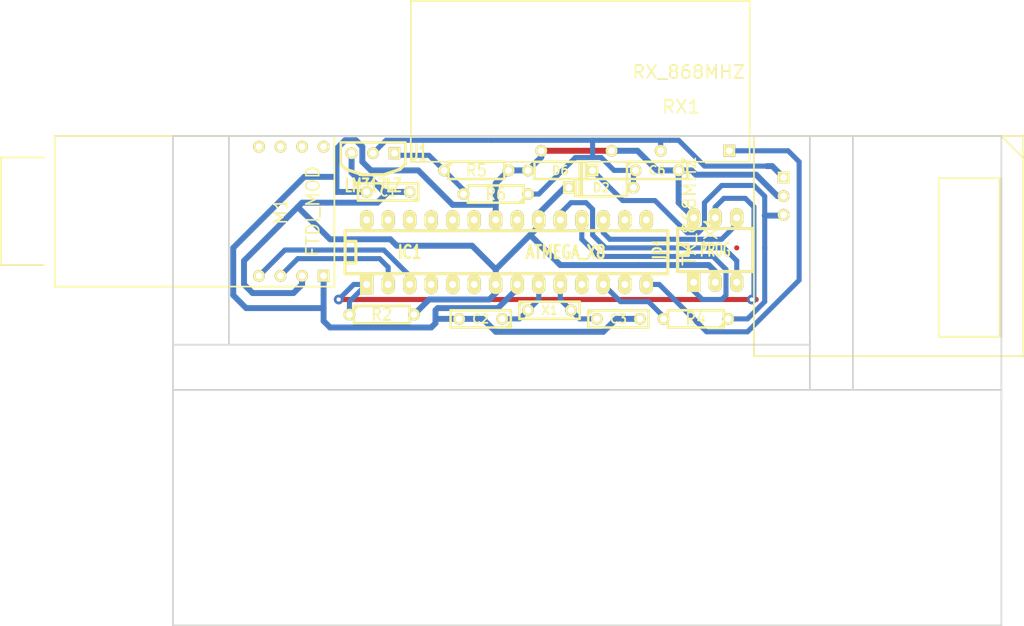
<source format=kicad_pcb>
(kicad_pcb (version 20171130) (host pcbnew "(5.0.1-dev-161-gb2b703363-dirty)+git1-1f19903-1")

  (general
    (thickness 1.6)
    (drawings 12)
    (tracks 210)
    (zones 0)
    (modules 17)
    (nets 16)
  )

  (page A4)
  (title_block
    (date "13 mar 2008")
  )

  (layers
    (0 F.Cu signal)
    (31 B.Cu signal)
    (32 B.Adhes user)
    (33 F.Adhes user)
    (34 B.Paste user)
    (35 F.Paste user)
    (36 B.SilkS user)
    (37 F.SilkS user)
    (38 B.Mask user)
    (39 F.Mask user)
    (40 Dwgs.User user)
    (41 Cmts.User user)
    (42 Eco1.User user)
    (43 Eco2.User user)
    (44 Edge.Cuts user)
    (45 Margin user)
    (46 B.CrtYd user)
    (47 F.CrtYd user)
    (48 B.Fab user)
    (49 F.Fab user)
  )

  (setup
    (last_trace_width 0.59944)
    (trace_clearance 0.1524)
    (zone_clearance 0.50038)
    (zone_45_only no)
    (trace_min 0.2)
    (segment_width 0.20066)
    (edge_width 0.20066)
    (via_size 1.143)
    (via_drill 0.50038)
    (via_min_size 0.4)
    (via_min_drill 0.3)
    (uvia_size 0.3)
    (uvia_drill 0.1)
    (uvias_allowed no)
    (uvia_min_size 0.2)
    (uvia_min_drill 0.1)
    (pcb_text_width 0.20066)
    (pcb_text_size 1.524 2.032)
    (mod_edge_width 0.20066)
    (mod_text_size 1.524 1.524)
    (mod_text_width 0.20066)
    (pad_size 1.397 1.397)
    (pad_drill 0.8128)
    (pad_to_mask_clearance 0.051)
    (solder_mask_min_width 0.25)
    (aux_axis_origin 20.574 22.86)
    (visible_elements FFFFFF7F)
    (pcbplotparams
      (layerselection 0x010fc_ffffffff)
      (usegerberextensions false)
      (usegerberattributes false)
      (usegerberadvancedattributes false)
      (creategerberjobfile false)
      (excludeedgelayer true)
      (linewidth 0.100000)
      (plotframeref false)
      (viasonmask false)
      (mode 1)
      (useauxorigin false)
      (hpglpennumber 1)
      (hpglpenspeed 20)
      (hpglpendiameter 15.000000)
      (psnegative false)
      (psa4output false)
      (plotreference true)
      (plotvalue true)
      (plotinvisibletext false)
      (padsonsilk false)
      (subtractmaskfromsilk false)
      (outputformat 1)
      (mirror false)
      (drillshape 1)
      (scaleselection 1)
      (outputdirectory ""))
  )

  (net 0 "")
  (net 1 N-000003)
  (net 2 N-000004)
  (net 3 +5V)
  (net 4 GND)
  (net 5 N-000019)
  (net 6 N-000018)
  (net 7 N-000002)
  (net 8 N-000007)
  (net 9 N-000006)
  (net 10 N-000010)
  (net 11 N-000009)
  (net 12 N-000005)
  (net 13 +3.3V)
  (net 14 N-000012)
  (net 15 N-000013)

  (net_class Default "This is the default net class."
    (clearance 0.1524)
    (trace_width 0.59944)
    (via_dia 1.143)
    (via_drill 0.50038)
    (uvia_dia 0.3)
    (uvia_drill 0.1)
    (add_net +3.3V)
    (add_net +5V)
    (add_net GND)
    (add_net N-000002)
    (add_net N-000003)
    (add_net N-000004)
    (add_net N-000005)
    (add_net N-000006)
    (add_net N-000007)
    (add_net N-000009)
    (add_net N-000010)
    (add_net N-000012)
    (add_net N-000013)
    (add_net N-000018)
    (add_net N-000019)
  )

  (module 28DIP-ELL300 (layer F.Cu) (tedit 200000) (tstamp 47BE9953)
    (at 62.23 40.386)
    (descr "Module Dil 28 pins, pads elliptiques, e=300 mils")
    (tags DIL)
    (fp_text reference IC1 (at -11.43 0) (layer F.SilkS)
      (effects (font (size 1.524 1.143) (thickness 0.3048)))
    )
    (fp_text value ATMEGA_X8 (at 6.985 0) (layer F.SilkS)
      (effects (font (size 1.524 1.143) (thickness 0.3048)))
    )
    (fp_line (start -19.05 -2.54) (end 19.05 -2.54) (layer F.SilkS) (width 0.381))
    (fp_line (start 19.05 -2.54) (end 19.05 2.54) (layer F.SilkS) (width 0.381))
    (fp_line (start 19.05 2.54) (end -19.05 2.54) (layer F.SilkS) (width 0.381))
    (fp_line (start -19.05 2.54) (end -19.05 -2.54) (layer F.SilkS) (width 0.381))
    (fp_line (start -19.05 -1.27) (end -17.78 -1.27) (layer F.SilkS) (width 0.381))
    (fp_line (start -17.78 -1.27) (end -17.78 1.27) (layer F.SilkS) (width 0.381))
    (fp_line (start -17.78 1.27) (end -19.05 1.27) (layer F.SilkS) (width 0.381))
    (pad 2 thru_hole oval (at -13.97 3.81) (size 1.5748 2.286) (drill 0.8128) (layers *.Cu *.Mask F.SilkS)
      (net 1 N-000003))
    (pad 3 thru_hole oval (at -11.43 3.81) (size 1.5748 2.286) (drill 0.8128) (layers *.Cu *.Mask F.SilkS)
      (net 2 N-000004))
    (pad 4 thru_hole oval (at -8.89 3.81) (size 1.5748 2.286) (drill 0.8128) (layers *.Cu *.Mask F.SilkS))
    (pad 5 thru_hole oval (at -6.35 3.81) (size 1.5748 2.286) (drill 0.8128) (layers *.Cu *.Mask F.SilkS))
    (pad 6 thru_hole oval (at -3.81 3.81) (size 1.5748 2.286) (drill 0.8128) (layers *.Cu *.Mask F.SilkS))
    (pad 7 thru_hole oval (at -1.27 3.81) (size 1.5748 2.286) (drill 0.8128) (layers *.Cu *.Mask F.SilkS)
      (net 3 +5V))
    (pad 8 thru_hole oval (at 1.27 3.81) (size 1.5748 2.286) (drill 0.8128) (layers *.Cu *.Mask F.SilkS)
      (net 4 GND))
    (pad 9 thru_hole oval (at 3.81 3.81) (size 1.5748 2.286) (drill 0.8128) (layers *.Cu *.Mask F.SilkS)
      (net 5 N-000019))
    (pad 10 thru_hole oval (at 6.35 3.81) (size 1.5748 2.286) (drill 0.8128) (layers *.Cu *.Mask F.SilkS)
      (net 6 N-000018))
    (pad 11 thru_hole oval (at 8.89 3.81) (size 1.5748 2.286) (drill 0.8128) (layers *.Cu *.Mask F.SilkS))
    (pad 12 thru_hole oval (at 11.43 3.81) (size 1.5748 2.286) (drill 0.8128) (layers *.Cu *.Mask F.SilkS)
      (net 7 N-000002))
    (pad 13 thru_hole oval (at 13.97 3.81) (size 1.5748 2.286) (drill 0.8128) (layers *.Cu *.Mask F.SilkS))
    (pad 14 thru_hole oval (at 16.51 3.81) (size 1.5748 2.286) (drill 0.8128) (layers *.Cu *.Mask F.SilkS)
      (net 8 N-000007))
    (pad 1 thru_hole rect (at -16.51 3.81) (size 1.5748 2.286) (drill 0.8128) (layers *.Cu *.Mask F.SilkS)
      (net 9 N-000006))
    (pad 15 thru_hole oval (at 16.51 -3.81) (size 1.5748 2.286) (drill 0.8128) (layers *.Cu *.Mask F.SilkS))
    (pad 16 thru_hole oval (at 13.97 -3.81) (size 1.5748 2.286) (drill 0.8128) (layers *.Cu *.Mask F.SilkS))
    (pad 17 thru_hole oval (at 11.43 -3.81) (size 1.5748 2.286) (drill 0.8128) (layers *.Cu *.Mask F.SilkS)
      (net 10 N-000010))
    (pad 18 thru_hole oval (at 8.89 -3.81) (size 1.5748 2.286) (drill 0.8128) (layers *.Cu *.Mask F.SilkS)
      (net 11 N-000009))
    (pad 19 thru_hole oval (at 6.35 -3.81) (size 1.5748 2.286) (drill 0.8128) (layers *.Cu *.Mask F.SilkS)
      (net 12 N-000005))
    (pad 20 thru_hole oval (at 3.81 -3.81) (size 1.5748 2.286) (drill 0.8128) (layers *.Cu *.Mask F.SilkS)
      (net 3 +5V))
    (pad 21 thru_hole oval (at 1.27 -3.81) (size 1.5748 2.286) (drill 0.8128) (layers *.Cu *.Mask F.SilkS))
    (pad 22 thru_hole oval (at -1.27 -3.81) (size 1.5748 2.286) (drill 0.8128) (layers *.Cu *.Mask F.SilkS)
      (net 4 GND))
    (pad 23 thru_hole oval (at -3.81 -3.81) (size 1.5748 2.286) (drill 0.8128) (layers *.Cu *.Mask F.SilkS))
    (pad 24 thru_hole oval (at -6.35 -3.81) (size 1.5748 2.286) (drill 0.8128) (layers *.Cu *.Mask F.SilkS))
    (pad 25 thru_hole oval (at -8.89 -3.81) (size 1.5748 2.286) (drill 0.8128) (layers *.Cu *.Mask F.SilkS))
    (pad 26 thru_hole oval (at -11.43 -3.81) (size 1.5748 2.286) (drill 0.8128) (layers *.Cu *.Mask F.SilkS))
    (pad 27 thru_hole oval (at -13.97 -3.81) (size 1.5748 2.286) (drill 0.8128) (layers *.Cu *.Mask F.SilkS))
    (pad 28 thru_hole oval (at -16.51 -3.81) (size 1.5748 2.286) (drill 0.8128) (layers *.Cu *.Mask F.SilkS))
    (model dil/dil_28-w300.wrl
      (at (xyz 0 0 0))
      (scale (xyz 1 1 1))
      (rotate (xyz 0 0 0))
    )
  )

  (module 6DIP-ELL300 (layer F.Cu) (tedit 200000) (tstamp 47BEE7E9)
    (at 86.868 40.132)
    (descr "Module Dil 6 pins, pads elliptiques")
    (tags DIL)
    (fp_text reference JP1 (at -6.35 0 90) (layer F.SilkS)
      (effects (font (size 1.905 1.016) (thickness 0.3048)))
    )
    (fp_text value PROG (at 0 0 180) (layer F.SilkS)
      (effects (font (size 1.524 0.889) (thickness 0.3048)))
    )
    (fp_line (start -4.445 -2.54) (end 4.445 -2.54) (layer F.SilkS) (width 0.381))
    (fp_line (start 4.445 -2.54) (end 4.445 2.54) (layer F.SilkS) (width 0.381))
    (fp_line (start 4.445 2.54) (end -4.445 2.54) (layer F.SilkS) (width 0.381))
    (fp_line (start -4.445 2.54) (end -4.445 -2.54) (layer F.SilkS) (width 0.381))
    (fp_line (start -4.445 -0.635) (end -3.175 -0.635) (layer F.SilkS) (width 0.381))
    (fp_line (start -3.175 -0.635) (end -3.175 0.635) (layer F.SilkS) (width 0.381))
    (fp_line (start -3.175 0.635) (end -4.445 0.635) (layer F.SilkS) (width 0.381))
    (pad 1 thru_hole rect (at -2.54 3.81) (size 1.5748 2.286) (drill 0.8128) (layers *.Cu *.Mask F.SilkS)
      (net 11 N-000009))
    (pad 2 thru_hole oval (at 0 3.81) (size 1.5748 2.286) (drill 0.8128) (layers *.Cu *.Mask F.SilkS)
      (net 3 +5V))
    (pad 3 thru_hole oval (at 2.54 3.81) (size 1.5748 2.286) (drill 0.8128) (layers *.Cu *.Mask F.SilkS)
      (net 12 N-000005))
    (pad 4 thru_hole oval (at 2.54 -3.81) (size 1.5748 2.286) (drill 0.8128) (layers *.Cu *.Mask F.SilkS)
      (net 10 N-000010))
    (pad 5 thru_hole oval (at 0 -3.81) (size 1.5748 2.286) (drill 0.8128) (layers *.Cu *.Mask F.SilkS)
      (net 9 N-000006))
    (pad 6 thru_hole oval (at -2.54 -3.81) (size 1.5748 2.286) (drill 0.8128) (layers *.Cu *.Mask F.SilkS)
      (net 4 GND))
    (model dil/dil_6.wrl
      (at (xyz 0 0 0))
      (scale (xyz 1 1 1))
      (rotate (xyz 0 0 0))
    )
  )

  (module C2 (layer F.Cu) (tedit 200000) (tstamp 47BED638)
    (at 75.438 48.26)
    (descr "Condensateur = 2 pas")
    (tags C)
    (fp_text reference C3 (at 0 0) (layer F.SilkS)
      (effects (font (size 1.016 1.016) (thickness 0.2032)))
    )
    (fp_text value 10p (at 0 0) (layer F.SilkS) hide
      (effects (font (size 1.016 1.016) (thickness 0.2032)))
    )
    (fp_line (start -3.556 -1.016) (end 3.556 -1.016) (layer F.SilkS) (width 0.3048))
    (fp_line (start 3.556 -1.016) (end 3.556 1.016) (layer F.SilkS) (width 0.3048))
    (fp_line (start 3.556 1.016) (end -3.556 1.016) (layer F.SilkS) (width 0.3048))
    (fp_line (start -3.556 1.016) (end -3.556 -1.016) (layer F.SilkS) (width 0.3048))
    (fp_line (start -3.556 -0.508) (end -3.048 -1.016) (layer F.SilkS) (width 0.3048))
    (pad 1 thru_hole circle (at -2.54 0) (size 1.397 1.397) (drill 0.8128) (layers *.Cu *.Mask F.SilkS)
      (net 6 N-000018))
    (pad 2 thru_hole circle (at 2.54 0) (size 1.397 1.397) (drill 0.8128) (layers *.Cu *.Mask F.SilkS)
      (net 4 GND))
    (model discret/capa_2pas_5x5mm.wrl
      (at (xyz 0 0 0))
      (scale (xyz 1 1 1))
      (rotate (xyz 0 0 0))
    )
  )

  (module C2 (layer F.Cu) (tedit 200000) (tstamp 47BED634)
    (at 59.182 48.26 180)
    (descr "Condensateur = 2 pas")
    (tags C)
    (fp_text reference C2 (at 0 0 180) (layer F.SilkS)
      (effects (font (size 1.016 1.016) (thickness 0.2032)))
    )
    (fp_text value 10p (at 0 0 180) (layer F.SilkS) hide
      (effects (font (size 1.016 1.016) (thickness 0.2032)))
    )
    (fp_line (start -3.556 -1.016) (end 3.556 -1.016) (layer F.SilkS) (width 0.3048))
    (fp_line (start 3.556 -1.016) (end 3.556 1.016) (layer F.SilkS) (width 0.3048))
    (fp_line (start 3.556 1.016) (end -3.556 1.016) (layer F.SilkS) (width 0.3048))
    (fp_line (start -3.556 1.016) (end -3.556 -1.016) (layer F.SilkS) (width 0.3048))
    (fp_line (start -3.556 -0.508) (end -3.048 -1.016) (layer F.SilkS) (width 0.3048))
    (pad 1 thru_hole circle (at -2.54 0 180) (size 1.397 1.397) (drill 0.8128) (layers *.Cu *.Mask F.SilkS)
      (net 5 N-000019))
    (pad 2 thru_hole circle (at 2.54 0 180) (size 1.397 1.397) (drill 0.8128) (layers *.Cu *.Mask F.SilkS)
      (net 4 GND))
    (model discret/capa_2pas_5x5mm.wrl
      (at (xyz 0 0 0))
      (scale (xyz 1 1 1))
      (rotate (xyz 0 0 0))
    )
  )

  (module C2 (layer F.Cu) (tedit 200000) (tstamp 47BED617)
    (at 48.26 33.274 180)
    (descr "Condensateur = 2 pas")
    (tags C)
    (fp_text reference C1 (at 0 0 180) (layer F.SilkS)
      (effects (font (size 1.016 1.016) (thickness 0.2032)))
    )
    (fp_text value 100n (at 0 0 180) (layer F.SilkS) hide
      (effects (font (size 1.016 1.016) (thickness 0.2032)))
    )
    (fp_line (start -3.556 -1.016) (end 3.556 -1.016) (layer F.SilkS) (width 0.3048))
    (fp_line (start 3.556 -1.016) (end 3.556 1.016) (layer F.SilkS) (width 0.3048))
    (fp_line (start 3.556 1.016) (end -3.556 1.016) (layer F.SilkS) (width 0.3048))
    (fp_line (start -3.556 1.016) (end -3.556 -1.016) (layer F.SilkS) (width 0.3048))
    (fp_line (start -3.556 -0.508) (end -3.048 -1.016) (layer F.SilkS) (width 0.3048))
    (pad 1 thru_hole circle (at -2.54 0 180) (size 1.397 1.397) (drill 0.8128) (layers *.Cu *.Mask F.SilkS)
      (net 3 +5V))
    (pad 2 thru_hole circle (at 2.54 0 180) (size 1.397 1.397) (drill 0.8128) (layers *.Cu *.Mask F.SilkS)
      (net 4 GND))
    (model discret/capa_2pas_5x5mm.wrl
      (at (xyz 0 0 0))
      (scale (xyz 1 1 1))
      (rotate (xyz 0 0 0))
    )
  )

  (module FTDI (layer F.Cu) (tedit 47BED550) (tstamp 47BED5AF)
    (at 41.91 26.67 270)
    (fp_text reference M1 (at 8.89 6.35 270) (layer F.SilkS)
      (effects (font (size 1.524 1.524) (thickness 0.20066)))
    )
    (fp_text value FTDI_MOD (at 8.89 2.54 270) (layer F.SilkS)
      (effects (font (size 1.524 1.524) (thickness 0.20066)))
    )
    (fp_line (start 2.54 39.37) (end 15.24 39.37) (layer F.SilkS) (width 0.20066))
    (fp_line (start 15.24 39.37) (end 15.24 34.29) (layer F.SilkS) (width 0.20066))
    (fp_line (start 2.54 34.29) (end 2.54 39.37) (layer F.SilkS) (width 0.20066))
    (fp_line (start 0 0) (end 17.78 0) (layer F.SilkS) (width 0.20066))
    (fp_line (start 17.78 0) (end 17.78 33.02) (layer F.SilkS) (width 0.20066))
    (fp_line (start 17.78 33.02) (end 0 33.02) (layer F.SilkS) (width 0.20066))
    (fp_line (start 0 33.02) (end 0 0) (layer F.SilkS) (width 0.20066))
    (pad 1 thru_hole rect (at 16.51 1.27 270) (size 1.397 1.397) (drill 0.8128) (layers *.Cu *.Mask F.SilkS)
      (net 4 GND))
    (pad 2 thru_hole circle (at 16.51 3.81 270) (size 1.397 1.397) (drill 0.8128) (layers *.Cu *.Mask F.SilkS)
      (net 3 +5V))
    (pad 3 thru_hole circle (at 16.51 6.35 270) (size 1.397 1.397) (drill 0.8128) (layers *.Cu *.Mask F.SilkS)
      (net 1 N-000003))
    (pad 4 thru_hole circle (at 16.51 8.89 270) (size 1.397 1.397) (drill 0.8128) (layers *.Cu *.Mask F.SilkS)
      (net 2 N-000004))
    (pad 8 thru_hole circle (at 1.27 8.89 270) (size 1.397 1.397) (drill 0.8128) (layers *.Cu *.Mask F.SilkS))
    (pad 7 thru_hole circle (at 1.27 6.35 270) (size 1.397 1.397) (drill 0.8128) (layers *.Cu *.Mask F.SilkS))
    (pad 6 thru_hole circle (at 1.27 3.81 270) (size 1.397 1.397) (drill 0.8128) (layers *.Cu *.Mask F.SilkS))
    (pad 5 thru_hole circle (at 1.27 1.27 270) (size 1.397 1.397) (drill 0.8128) (layers *.Cu *.Mask F.SilkS))
  )

  (module R3 (layer F.Cu) (tedit 200000) (tstamp 47BED6E9)
    (at 47.498 47.752)
    (descr "Resitance 3 pas")
    (tags R)
    (autoplace_cost180 10)
    (fp_text reference R2 (at 0 0) (layer F.SilkS)
      (effects (font (size 1.397 1.27) (thickness 0.2032)))
    )
    (fp_text value 10k (at 0 0) (layer F.SilkS) hide
      (effects (font (size 1.397 1.27) (thickness 0.2032)))
    )
    (fp_line (start -3.81 0) (end -3.302 0) (layer F.SilkS) (width 0.3048))
    (fp_line (start 3.81 0) (end 3.302 0) (layer F.SilkS) (width 0.3048))
    (fp_line (start 3.302 0) (end 3.302 -1.016) (layer F.SilkS) (width 0.3048))
    (fp_line (start 3.302 -1.016) (end -3.302 -1.016) (layer F.SilkS) (width 0.3048))
    (fp_line (start -3.302 -1.016) (end -3.302 1.016) (layer F.SilkS) (width 0.3048))
    (fp_line (start -3.302 1.016) (end 3.302 1.016) (layer F.SilkS) (width 0.3048))
    (fp_line (start 3.302 1.016) (end 3.302 0) (layer F.SilkS) (width 0.3048))
    (fp_line (start -3.302 -0.508) (end -2.794 -1.016) (layer F.SilkS) (width 0.3048))
    (pad 1 thru_hole circle (at -3.81 0) (size 1.397 1.397) (drill 0.8128) (layers *.Cu *.Mask F.SilkS)
      (net 9 N-000006))
    (pad 2 thru_hole circle (at 3.81 0) (size 1.397 1.397) (drill 0.8128) (layers *.Cu *.Mask F.SilkS)
      (net 3 +5V))
    (model discret/resistor.wrl
      (at (xyz 0 0 0))
      (scale (xyz 0.3 0.3 0.3))
      (rotate (xyz 0 0 0))
    )
  )

  (module Rx_868 (layer F.Cu) (tedit 47BE94F3) (tstamp 47BE929D)
    (at 90.932 29.718 180)
    (fp_text reference RX1 (at 8.10006 6.49986 180) (layer F.SilkS)
      (effects (font (size 1.524 1.524) (thickness 0.20066)))
    )
    (fp_text value RX_868MHZ (at 7.2009 10.59942 180) (layer F.SilkS)
      (effects (font (size 1.524 1.524) (thickness 0.20066)))
    )
    (fp_line (start 0 0) (end 0 18.9992) (layer F.SilkS) (width 0.20066))
    (fp_line (start 0 18.9992) (end 39.99992 18.9992) (layer F.SilkS) (width 0.20066))
    (fp_line (start 39.99992 18.9992) (end 39.99992 0) (layer F.SilkS) (width 0.20066))
    (fp_line (start 39.99992 0) (end 0 0) (layer F.SilkS) (width 0.20066))
    (pad 1 thru_hole rect (at 2.4003 1.30048 180) (size 1.397 1.397) (drill 0.8128) (layers *.Cu *.Mask F.SilkS)
      (net 8 N-000007))
    (pad 2 thru_hole circle (at 10.50036 1.30048 180) (size 1.397 1.397) (drill 0.8128) (layers *.Cu *.Mask F.SilkS)
      (net 13 +3.3V))
    (pad 3 thru_hole circle (at 16.29918 1.30048 180) (size 1.397 1.397) (drill 0.8128) (layers *.Cu *.Mask F.SilkS)
      (net 4 GND))
    (pad 4 thru_hole circle (at 24.5999 1.30048 180) (size 1.397 1.397) (drill 0.8128) (layers *.Cu *.Mask F.SilkS)
      (net 4 GND))
  )

  (module Tx_686 (layer F.Cu) (tedit 47BE9808) (tstamp 47BE91D5)
    (at 91.44 26.67 270)
    (fp_text reference TX1 (at 11.43 5.08 270) (layer F.SilkS)
      (effects (font (size 1.524 1.524) (thickness 0.20066)))
    )
    (fp_text value TX_868MHZ (at 8.89 7.62 270) (layer F.SilkS)
      (effects (font (size 1.524 1.524) (thickness 0.20066)))
    )
    (fp_line (start 23.6982 -29.00172) (end 4.99872 -29.00172) (layer F.SilkS) (width 0.20066))
    (fp_line (start 4.99872 -29.00172) (end 4.99872 -21.80082) (layer F.SilkS) (width 0.20066))
    (fp_line (start 4.99872 -21.80082) (end 23.6982 -21.80082) (layer F.SilkS) (width 0.20066))
    (fp_line (start 23.6982 -21.80082) (end 23.6982 -29.00172) (layer F.SilkS) (width 0.20066))
    (fp_line (start 2.60096 -31.8008) (end 0 -29.19984) (layer F.SilkS) (width 0.20066))
    (fp_line (start 0 -31.8008) (end 25.99944 -31.8008) (layer F.SilkS) (width 0.20066))
    (fp_line (start 25.99944 -31.8008) (end 25.99944 0) (layer F.SilkS) (width 0.20066))
    (fp_line (start 25.99944 0) (end 0 0) (layer F.SilkS) (width 0.20066))
    (fp_line (start 0 0) (end 0 -31.8008) (layer F.SilkS) (width 0.20066))
    (pad 1 thru_hole rect (at 4.89966 -3.50012 270) (size 1.397 1.397) (drill 0.8128) (layers *.Cu *.Mask F.SilkS)
      (net 13 +3.3V))
    (pad 2 thru_hole circle (at 7.0993 -3.50012 270) (size 1.397 1.397) (drill 0.8128) (layers *.Cu *.Mask F.SilkS)
      (net 4 GND))
    (pad 3 thru_hole circle (at 9.29894 -3.50012 270) (size 1.397 1.397) (drill 0.8128) (layers *.Cu *.Mask F.SilkS)
      (net 14 N-000012))
  )

  (module C2 (layer F.Cu) (tedit 200000) (tstamp 47D53E05)
    (at 80.01 30.734)
    (descr "Condensateur = 2 pas")
    (tags C)
    (fp_text reference C6 (at 0 0) (layer F.SilkS)
      (effects (font (size 1.016 1.016) (thickness 0.2032)))
    )
    (fp_text value 1u (at 0 0) (layer F.SilkS) hide
      (effects (font (size 1.016 1.016) (thickness 0.2032)))
    )
    (fp_line (start -3.556 -1.016) (end 3.556 -1.016) (layer F.SilkS) (width 0.3048))
    (fp_line (start 3.556 -1.016) (end 3.556 1.016) (layer F.SilkS) (width 0.3048))
    (fp_line (start 3.556 1.016) (end -3.556 1.016) (layer F.SilkS) (width 0.3048))
    (fp_line (start -3.556 1.016) (end -3.556 -1.016) (layer F.SilkS) (width 0.3048))
    (fp_line (start -3.556 -0.508) (end -3.048 -1.016) (layer F.SilkS) (width 0.3048))
    (pad 1 thru_hole circle (at -2.54 0) (size 1.397 1.397) (drill 0.8128) (layers *.Cu *.Mask F.SilkS)
      (net 13 +3.3V))
    (pad 2 thru_hole circle (at 2.54 0) (size 1.397 1.397) (drill 0.8128) (layers *.Cu *.Mask F.SilkS)
      (net 4 GND))
    (model discret/capa_2pas_5x5mm.wrl
      (at (xyz 0 0 0))
      (scale (xyz 1 1 1))
      (rotate (xyz 0 0 0))
    )
  )

  (module D3 (layer F.Cu) (tedit 200000) (tstamp 47D53EC9)
    (at 68.58 30.734)
    (descr "Diode 3 pas")
    (tags "DIODE DEV")
    (fp_text reference D6 (at 0 0) (layer F.SilkS)
      (effects (font (size 1.016 1.016) (thickness 0.2032)))
    )
    (fp_text value 2.7 (at 0 0) (layer F.SilkS) hide
      (effects (font (size 1.016 1.016) (thickness 0.2032)))
    )
    (fp_line (start 3.81 0) (end 3.048 0) (layer F.SilkS) (width 0.3048))
    (fp_line (start 3.048 0) (end 3.048 -1.016) (layer F.SilkS) (width 0.3048))
    (fp_line (start 3.048 -1.016) (end -3.048 -1.016) (layer F.SilkS) (width 0.3048))
    (fp_line (start -3.048 -1.016) (end -3.048 0) (layer F.SilkS) (width 0.3048))
    (fp_line (start -3.048 0) (end -3.81 0) (layer F.SilkS) (width 0.3048))
    (fp_line (start -3.048 0) (end -3.048 1.016) (layer F.SilkS) (width 0.3048))
    (fp_line (start -3.048 1.016) (end 3.048 1.016) (layer F.SilkS) (width 0.3048))
    (fp_line (start 3.048 1.016) (end 3.048 0) (layer F.SilkS) (width 0.3048))
    (fp_line (start 2.54 -1.016) (end 2.54 1.016) (layer F.SilkS) (width 0.3048))
    (fp_line (start 2.286 1.016) (end 2.286 -1.016) (layer F.SilkS) (width 0.3048))
    (pad 2 thru_hole rect (at 3.81 0) (size 1.397 1.397) (drill 0.8128) (layers *.Cu *.Mask F.SilkS)
      (net 14 N-000012))
    (pad 1 thru_hole circle (at -3.81 0) (size 1.397 1.397) (drill 0.8128) (layers *.Cu *.Mask F.SilkS)
      (net 4 GND))
    (model discret/diode.wrl
      (at (xyz 0 0 0))
      (scale (xyz 0.3 0.3 0.3))
      (rotate (xyz 0 0 0))
    )
  )

  (module D3 (layer F.Cu) (tedit 200000) (tstamp 47D53AEB)
    (at 73.406 32.766 180)
    (descr "Diode 3 pas")
    (tags "DIODE DEV")
    (fp_text reference D2 (at 0 0 180) (layer F.SilkS)
      (effects (font (size 1.016 1.016) (thickness 0.2032)))
    )
    (fp_text value 1N4001 (at 0 0 180) (layer F.SilkS) hide
      (effects (font (size 1.016 1.016) (thickness 0.2032)))
    )
    (fp_line (start 3.81 0) (end 3.048 0) (layer F.SilkS) (width 0.3048))
    (fp_line (start 3.048 0) (end 3.048 -1.016) (layer F.SilkS) (width 0.3048))
    (fp_line (start 3.048 -1.016) (end -3.048 -1.016) (layer F.SilkS) (width 0.3048))
    (fp_line (start -3.048 -1.016) (end -3.048 0) (layer F.SilkS) (width 0.3048))
    (fp_line (start -3.048 0) (end -3.81 0) (layer F.SilkS) (width 0.3048))
    (fp_line (start -3.048 0) (end -3.048 1.016) (layer F.SilkS) (width 0.3048))
    (fp_line (start -3.048 1.016) (end 3.048 1.016) (layer F.SilkS) (width 0.3048))
    (fp_line (start 3.048 1.016) (end 3.048 0) (layer F.SilkS) (width 0.3048))
    (fp_line (start 2.54 -1.016) (end 2.54 1.016) (layer F.SilkS) (width 0.3048))
    (fp_line (start 2.286 1.016) (end 2.286 -1.016) (layer F.SilkS) (width 0.3048))
    (pad 2 thru_hole rect (at 3.81 0 180) (size 1.397 1.397) (drill 0.8128) (layers *.Cu *.Mask F.SilkS)
      (net 3 +5V))
    (pad 1 thru_hole circle (at -3.81 0 180) (size 1.397 1.397) (drill 0.8128) (layers *.Cu *.Mask F.SilkS)
      (net 13 +3.3V))
    (model discret/diode.wrl
      (at (xyz 0 0 0))
      (scale (xyz 0.3 0.3 0.3))
      (rotate (xyz 0 0 0))
    )
  )

  (module R3 (layer F.Cu) (tedit 200000) (tstamp 47D53B22)
    (at 60.96 33.528 180)
    (descr "Resitance 3 pas")
    (tags R)
    (autoplace_cost180 10)
    (fp_text reference R6 (at 0 0 180) (layer F.SilkS)
      (effects (font (size 1.397 1.27) (thickness 0.2032)))
    )
    (fp_text value 220 (at 0 0 180) (layer F.SilkS) hide
      (effects (font (size 1.397 1.27) (thickness 0.2032)))
    )
    (fp_line (start -3.81 0) (end -3.302 0) (layer F.SilkS) (width 0.3048))
    (fp_line (start 3.81 0) (end 3.302 0) (layer F.SilkS) (width 0.3048))
    (fp_line (start 3.302 0) (end 3.302 -1.016) (layer F.SilkS) (width 0.3048))
    (fp_line (start 3.302 -1.016) (end -3.302 -1.016) (layer F.SilkS) (width 0.3048))
    (fp_line (start -3.302 -1.016) (end -3.302 1.016) (layer F.SilkS) (width 0.3048))
    (fp_line (start -3.302 1.016) (end 3.302 1.016) (layer F.SilkS) (width 0.3048))
    (fp_line (start 3.302 1.016) (end 3.302 0) (layer F.SilkS) (width 0.3048))
    (fp_line (start -3.302 -0.508) (end -2.794 -1.016) (layer F.SilkS) (width 0.3048))
    (pad 1 thru_hole circle (at -3.81 0 180) (size 1.397 1.397) (drill 0.8128) (layers *.Cu *.Mask F.SilkS)
      (net 13 +3.3V))
    (pad 2 thru_hole circle (at 3.81 0 180) (size 1.397 1.397) (drill 0.8128) (layers *.Cu *.Mask F.SilkS)
      (net 15 N-000013))
    (model discret/resistor.wrl
      (at (xyz 0 0 0))
      (scale (xyz 0.3 0.3 0.3))
      (rotate (xyz 0 0 0))
    )
  )

  (module R3 (layer F.Cu) (tedit 200000) (tstamp 47D53B25)
    (at 58.674 30.734)
    (descr "Resitance 3 pas")
    (tags R)
    (autoplace_cost180 10)
    (fp_text reference R5 (at 0 0) (layer F.SilkS)
      (effects (font (size 1.397 1.27) (thickness 0.2032)))
    )
    (fp_text value 160 (at 0 0) (layer F.SilkS) hide
      (effects (font (size 1.397 1.27) (thickness 0.2032)))
    )
    (fp_line (start -3.81 0) (end -3.302 0) (layer F.SilkS) (width 0.3048))
    (fp_line (start 3.81 0) (end 3.302 0) (layer F.SilkS) (width 0.3048))
    (fp_line (start 3.302 0) (end 3.302 -1.016) (layer F.SilkS) (width 0.3048))
    (fp_line (start 3.302 -1.016) (end -3.302 -1.016) (layer F.SilkS) (width 0.3048))
    (fp_line (start -3.302 -1.016) (end -3.302 1.016) (layer F.SilkS) (width 0.3048))
    (fp_line (start -3.302 1.016) (end 3.302 1.016) (layer F.SilkS) (width 0.3048))
    (fp_line (start 3.302 1.016) (end 3.302 0) (layer F.SilkS) (width 0.3048))
    (fp_line (start -3.302 -0.508) (end -2.794 -1.016) (layer F.SilkS) (width 0.3048))
    (pad 1 thru_hole circle (at -3.81 0) (size 1.397 1.397) (drill 0.8128) (layers *.Cu *.Mask F.SilkS)
      (net 15 N-000013))
    (pad 2 thru_hole circle (at 3.81 0) (size 1.397 1.397) (drill 0.8128) (layers *.Cu *.Mask F.SilkS)
      (net 4 GND))
    (model discret/resistor.wrl
      (at (xyz 0 0 0))
      (scale (xyz 0.3 0.3 0.3))
      (rotate (xyz 0 0 0))
    )
  )

  (module R3 (layer F.Cu) (tedit 200000) (tstamp 47D53EB0)
    (at 84.582 48.26 180)
    (descr "Resitance 3 pas")
    (tags R)
    (autoplace_cost180 10)
    (fp_text reference R4 (at 0 0 180) (layer F.SilkS)
      (effects (font (size 1.397 1.27) (thickness 0.2032)))
    )
    (fp_text value 1k (at 0 0 180) (layer F.SilkS) hide
      (effects (font (size 1.397 1.27) (thickness 0.2032)))
    )
    (fp_line (start -3.81 0) (end -3.302 0) (layer F.SilkS) (width 0.3048))
    (fp_line (start 3.81 0) (end 3.302 0) (layer F.SilkS) (width 0.3048))
    (fp_line (start 3.302 0) (end 3.302 -1.016) (layer F.SilkS) (width 0.3048))
    (fp_line (start 3.302 -1.016) (end -3.302 -1.016) (layer F.SilkS) (width 0.3048))
    (fp_line (start -3.302 -1.016) (end -3.302 1.016) (layer F.SilkS) (width 0.3048))
    (fp_line (start -3.302 1.016) (end 3.302 1.016) (layer F.SilkS) (width 0.3048))
    (fp_line (start 3.302 1.016) (end 3.302 0) (layer F.SilkS) (width 0.3048))
    (fp_line (start -3.302 -0.508) (end -2.794 -1.016) (layer F.SilkS) (width 0.3048))
    (pad 1 thru_hole circle (at -3.81 0 180) (size 1.397 1.397) (drill 0.8128) (layers *.Cu *.Mask F.SilkS)
      (net 14 N-000012))
    (pad 2 thru_hole circle (at 3.81 0 180) (size 1.397 1.397) (drill 0.8128) (layers *.Cu *.Mask F.SilkS)
      (net 7 N-000002))
    (model discret/resistor.wrl
      (at (xyz 0 0 0))
      (scale (xyz 0.3 0.3 0.3))
      (rotate (xyz 0 0 0))
    )
  )

  (module C2 (layer F.Cu) (tedit 200000) (tstamp 47BE999A)
    (at 67.31 47.244)
    (descr "Condensateur = 2 pas")
    (tags C)
    (fp_text reference X1 (at 0 0) (layer F.SilkS)
      (effects (font (size 1.016 1.016) (thickness 0.2032)))
    )
    (fp_text value 16_MHz (at 0 0) (layer F.SilkS) hide
      (effects (font (size 1.016 1.016) (thickness 0.2032)))
    )
    (fp_line (start -3.556 -1.016) (end 3.556 -1.016) (layer F.SilkS) (width 0.3048))
    (fp_line (start 3.556 -1.016) (end 3.556 1.016) (layer F.SilkS) (width 0.3048))
    (fp_line (start 3.556 1.016) (end -3.556 1.016) (layer F.SilkS) (width 0.3048))
    (fp_line (start -3.556 1.016) (end -3.556 -1.016) (layer F.SilkS) (width 0.3048))
    (fp_line (start -3.556 -0.508) (end -3.048 -1.016) (layer F.SilkS) (width 0.3048))
    (pad 1 thru_hole circle (at -2.54 0) (size 1.397 1.397) (drill 0.8128) (layers *.Cu *.Mask F.SilkS)
      (net 5 N-000019))
    (pad 2 thru_hole circle (at 2.54 0) (size 1.397 1.397) (drill 0.8128) (layers *.Cu *.Mask F.SilkS)
      (net 6 N-000018))
    (model discret/capa_2pas_5x5mm.wrl
      (at (xyz 0 0 0))
      (scale (xyz 1 1 1))
      (rotate (xyz 0 0 0))
    )
  )

  (module TO92_inline (layer F.Cu) (tedit 475D88C9) (tstamp 47D6679D)
    (at 46.482 28.702 180)
    (descr "Trans inline")
    (tags TRANS)
    (fp_text reference U1 (at -5.318 0.102 180) (layer F.SilkS)
      (effects (font (size 1.7907 1.07696) (thickness 0.3048)))
    )
    (fp_text value LM317LZ (at 0 -3.81 180) (layer F.SilkS)
      (effects (font (size 1.524 1.016) (thickness 0.3048)))
    )
    (fp_line (start -3.81 -1.27) (end -3.175 -1.905) (layer F.SilkS) (width 0.381))
    (fp_line (start -3.175 -1.905) (end -1.27 -2.54) (layer F.SilkS) (width 0.381))
    (fp_line (start -1.27 -2.54) (end 1.27 -2.54) (layer F.SilkS) (width 0.381))
    (fp_line (start 1.27 -2.54) (end 3.175 -1.905) (layer F.SilkS) (width 0.381))
    (fp_line (start 3.175 -1.905) (end 3.81 -1.27) (layer F.SilkS) (width 0.381))
    (fp_line (start -3.81 1.27) (end -3.81 -1.27) (layer F.SilkS) (width 0.3048))
    (fp_line (start 3.81 -1.27) (end 3.81 1.27) (layer F.SilkS) (width 0.3048))
    (fp_line (start 3.81 1.27) (end -3.81 1.27) (layer F.SilkS) (width 0.3048))
    (pad 1 thru_hole rect (at -2.54 0 180) (size 1.397 1.397) (drill 0.8128) (layers *.Cu *.Mask F.SilkS)
      (net 15 N-000013))
    (pad 2 thru_hole circle (at 0 0 180) (size 1.397 1.397) (drill 0.8128) (layers *.Cu *.Mask F.SilkS)
      (net 13 +3.3V))
    (pad 3 thru_hole circle (at 2.54 0 180) (size 1.397 1.397) (drill 0.8128) (layers *.Cu *.Mask F.SilkS)
      (net 3 +5V))
    (model discret/to220_vert.wrl
      (at (xyz 0 0 0))
      (scale (xyz 1 1 1))
      (rotate (xyz 0 0 90))
    )
  )

  (gr_line (start 29.464 51.308) (end 29.718 51.308) (angle 90) (layer Edge.Cuts) (width 0.20066))
  (gr_line (start 29.464 26.67) (end 29.464 51.308) (angle 90) (layer Edge.Cuts) (width 0.20066))
  (gr_line (start 98.044 51.308) (end 98.044 50.8) (angle 90) (layer Edge.Cuts) (width 0.20066))
  (gr_line (start 22.86 51.308) (end 98.044 51.308) (angle 90) (layer Edge.Cuts) (width 0.20066))
  (gr_line (start 98.044 26.67) (end 98.044 56.642) (angle 90) (layer Edge.Cuts) (width 0.20066))
  (gr_line (start 103.124 26.67) (end 103.124 56.642) (angle 90) (layer Edge.Cuts) (width 0.20066))
  (gr_line (start 120.65 56.642) (end 120.65 57.658) (angle 90) (layer Edge.Cuts) (width 0.20066))
  (gr_line (start 22.86 56.642) (end 120.65 56.642) (angle 90) (layer Edge.Cuts) (width 0.20066))
  (gr_line (start 120.65 26.67) (end 22.86 26.67) (angle 90) (layer Edge.Cuts) (width 0.20066))
  (gr_line (start 120.65 84.455) (end 120.65 26.67) (angle 90) (layer Edge.Cuts) (width 0.20066))
  (gr_line (start 22.86 84.455) (end 120.65 84.455) (angle 90) (layer Edge.Cuts) (width 0.20066))
  (gr_line (start 22.86 26.67) (end 22.86 84.455) (angle 90) (layer Edge.Cuts) (width 0.20066))

  (segment (start 89.408 39.878) (end 89.408 39.878) (width 0.59944) (layer F.Cu) (net 0))
  (segment (start 94.43212 33.72612) (end 94.43212 33.7693) (width 0.70104) (layer B.Cu) (net 4))
  (segment (start 48.26 44.196) (end 48.26 42.164) (width 0.59944) (layer B.Cu) (net 1) (status 800))
  (segment (start 37.592 41.148) (end 35.56 43.18) (width 0.59944) (layer B.Cu) (net 1) (status 400))
  (segment (start 47.244 41.148) (end 37.592 41.148) (width 0.59944) (layer B.Cu) (net 1))
  (segment (start 48.26 42.164) (end 47.244 41.148) (width 0.59944) (layer B.Cu) (net 1))
  (segment (start 50.8 44.196) (end 50.8 43.18) (width 0.59944) (layer B.Cu) (net 2) (status 800))
  (segment (start 36.068 40.132) (end 33.02 43.18) (width 0.59944) (layer B.Cu) (net 2) (status 400))
  (segment (start 47.752 40.132) (end 36.068 40.132) (width 0.59944) (layer B.Cu) (net 2))
  (segment (start 50.8 43.18) (end 47.752 40.132) (width 0.59944) (layer B.Cu) (net 2))
  (segment (start 60.96 44.196) (end 60.96 45.212) (width 0.70104) (layer B.Cu) (net 3) (status 800))
  (segment (start 53.086 45.974) (end 52.832 46.228) (width 0.70104) (layer B.Cu) (net 3))
  (segment (start 52.832 46.228) (end 51.308 47.752) (width 0.70104) (layer B.Cu) (net 3) (status 400))
  (segment (start 60.198 45.974) (end 53.086 45.974) (width 0.70104) (layer B.Cu) (net 3))
  (segment (start 60.96 45.212) (end 60.198 45.974) (width 0.70104) (layer B.Cu) (net 3))
  (segment (start 50.8 33.274) (end 49.784 33.274) (width 0.70104) (layer B.Cu) (net 3) (status 800))
  (segment (start 50.8 33.274) (end 48.26 33.274) (width 0.70104) (layer B.Cu) (net 3) (status 800))
  (segment (start 43.942 30.988) (end 43.942 28.702) (width 0.70104) (layer B.Cu) (net 3) (status 400))
  (segment (start 48.26 33.274) (end 47.752 33.274) (width 0.70104) (layer B.Cu) (net 3))
  (segment (start 47.752 33.274) (end 46.228 31.75) (width 0.70104) (layer B.Cu) (net 3))
  (segment (start 46.228 31.75) (end 44.704 31.75) (width 0.70104) (layer B.Cu) (net 3))
  (segment (start 44.704 31.75) (end 43.942 30.988) (width 0.70104) (layer B.Cu) (net 3))
  (segment (start 60.96 44.196) (end 60.96 42.418) (width 0.70104) (layer B.Cu) (net 3) (status 800))
  (segment (start 66.04 37.338) (end 66.04 36.576) (width 0.70104) (layer B.Cu) (net 3) (status 400))
  (segment (start 60.96 42.418) (end 63.246 40.132) (width 0.70104) (layer B.Cu) (net 3))
  (segment (start 63.246 40.132) (end 63.754 39.624) (width 0.70104) (layer B.Cu) (net 3))
  (segment (start 63.754 39.624) (end 65.024 38.354) (width 0.70104) (layer B.Cu) (net 3))
  (segment (start 65.024 38.354) (end 66.04 37.338) (width 0.70104) (layer B.Cu) (net 3))
  (segment (start 68.58 41.91) (end 68.326 41.656) (width 0.70104) (layer B.Cu) (net 3))
  (segment (start 86.868 43.942) (end 86.868 42.672) (width 0.70104) (layer B.Cu) (net 3) (status 800))
  (segment (start 86.106 41.91) (end 86.868 42.672) (width 0.70104) (layer B.Cu) (net 3))
  (segment (start 85.852 41.91) (end 86.106 41.91) (width 0.70104) (layer B.Cu) (net 3))
  (segment (start 70.104 41.91) (end 68.58 41.91) (width 0.70104) (layer B.Cu) (net 3))
  (segment (start 77.978 41.91) (end 70.104 41.91) (width 0.70104) (layer B.Cu) (net 3))
  (segment (start 85.598 41.91) (end 77.978 41.91) (width 0.70104) (layer B.Cu) (net 3))
  (segment (start 85.852 41.91) (end 85.598 41.91) (width 0.70104) (layer B.Cu) (net 3))
  (segment (start 68.326 41.656) (end 65.024 38.354) (width 0.70104) (layer B.Cu) (net 3))
  (segment (start 38.1 43.18) (end 38.1 44.196) (width 0.70104) (layer B.Cu) (net 3) (status 800))
  (segment (start 38.1 44.196) (end 37.084 45.212) (width 0.70104) (layer B.Cu) (net 3))
  (segment (start 37.084 45.212) (end 32.258 45.212) (width 0.70104) (layer B.Cu) (net 3))
  (segment (start 32.258 45.212) (end 31.242 44.196) (width 0.70104) (layer B.Cu) (net 3))
  (segment (start 31.242 44.196) (end 31.242 41.402) (width 0.70104) (layer B.Cu) (net 3))
  (segment (start 31.242 41.402) (end 37.592 35.052) (width 0.70104) (layer B.Cu) (net 3))
  (segment (start 46.99 34.544) (end 48.26 33.274) (width 0.70104) (layer B.Cu) (net 3))
  (segment (start 37.592 35.052) (end 38.1 34.544) (width 0.70104) (layer B.Cu) (net 3))
  (segment (start 38.1 34.544) (end 46.99 34.544) (width 0.70104) (layer B.Cu) (net 3))
  (segment (start 60.96 42.418) (end 58.166 39.624) (width 0.70104) (layer B.Cu) (net 3))
  (segment (start 41.402 38.862) (end 37.592 35.052) (width 0.70104) (layer B.Cu) (net 3))
  (segment (start 48.514 38.862) (end 41.402 38.862) (width 0.70104) (layer B.Cu) (net 3))
  (segment (start 49.276 39.624) (end 48.514 38.862) (width 0.70104) (layer B.Cu) (net 3))
  (segment (start 58.166 39.624) (end 49.276 39.624) (width 0.70104) (layer B.Cu) (net 3))
  (segment (start 66.04 36.576) (end 66.04 35.814) (width 0.70104) (layer B.Cu) (net 3) (status C00))
  (segment (start 69.088 32.766) (end 69.596 32.766) (width 0.70104) (layer B.Cu) (net 3) (status C00))
  (segment (start 66.04 35.814) (end 69.088 32.766) (width 0.70104) (layer B.Cu) (net 3) (status C00))
  (segment (start 56.642 48.26) (end 59.436 48.26) (width 0.70104) (layer B.Cu) (net 4) (status 800))
  (segment (start 75.184 48.26) (end 77.978 48.26) (width 0.70104) (layer B.Cu) (net 4) (status 400))
  (segment (start 73.66 49.784) (end 75.184 48.26) (width 0.70104) (layer B.Cu) (net 4))
  (segment (start 60.96 49.784) (end 73.66 49.784) (width 0.70104) (layer B.Cu) (net 4))
  (segment (start 59.436 48.26) (end 60.96 49.784) (width 0.70104) (layer B.Cu) (net 4))
  (segment (start 63.5 44.196) (end 63.5 44.704) (width 0.70104) (layer B.Cu) (net 4) (status 800))
  (segment (start 63.5 44.704) (end 61.214 46.99) (width 0.70104) (layer B.Cu) (net 4))
  (segment (start 61.214 46.99) (end 54.102 46.99) (width 0.70104) (layer B.Cu) (net 4))
  (segment (start 54.102 46.99) (end 53.848 47.244) (width 0.70104) (layer B.Cu) (net 4))
  (segment (start 53.848 47.244) (end 53.848 48.26) (width 0.70104) (layer B.Cu) (net 4))
  (segment (start 40.64 48.514) (end 40.64 46.99) (width 0.70104) (layer B.Cu) (net 4))
  (segment (start 40.64 46.99) (end 40.64 45.466) (width 0.70104) (layer B.Cu) (net 4))
  (segment (start 53.848 48.26) (end 53.848 48.768) (width 0.70104) (layer B.Cu) (net 4))
  (segment (start 53.848 48.768) (end 53.34 49.276) (width 0.70104) (layer B.Cu) (net 4))
  (segment (start 53.34 49.276) (end 41.402 49.276) (width 0.70104) (layer B.Cu) (net 4))
  (segment (start 41.402 49.276) (end 40.64 48.514) (width 0.70104) (layer B.Cu) (net 4))
  (segment (start 40.64 45.466) (end 40.64 43.18) (width 0.70104) (layer B.Cu) (net 4) (status 400))
  (segment (start 42.164 33.274) (end 42.926 33.274) (width 0.70104) (layer B.Cu) (net 4))
  (segment (start 42.164 31.496) (end 42.164 33.274) (width 0.70104) (layer B.Cu) (net 4))
  (segment (start 42.926 33.274) (end 45.72 33.274) (width 0.70104) (layer B.Cu) (net 4) (status 400))
  (segment (start 56.642 48.26) (end 53.848 48.26) (width 0.70104) (layer B.Cu) (net 4) (status 800))
  (segment (start 60.96 34.798) (end 60.96 36.576) (width 0.70104) (layer B.Cu) (net 4) (status 400))
  (segment (start 60.96 34.798) (end 55.88 34.798) (width 0.70104) (layer B.Cu) (net 4))
  (segment (start 51.816 30.734) (end 47.752 30.734) (width 0.70104) (layer B.Cu) (net 4))
  (segment (start 55.88 34.798) (end 51.816 30.734) (width 0.70104) (layer B.Cu) (net 4))
  (segment (start 47.752 30.734) (end 46.228 30.734) (width 0.70104) (layer B.Cu) (net 4))
  (segment (start 46.228 30.734) (end 45.212 29.718) (width 0.70104) (layer B.Cu) (net 4))
  (segment (start 45.212 29.718) (end 45.212 27.94) (width 0.70104) (layer B.Cu) (net 4))
  (segment (start 45.212 27.94) (end 44.45 27.178) (width 0.70104) (layer B.Cu) (net 4))
  (segment (start 44.45 27.178) (end 43.18 27.178) (width 0.70104) (layer B.Cu) (net 4))
  (segment (start 43.18 27.178) (end 42.164 28.194) (width 0.70104) (layer B.Cu) (net 4))
  (segment (start 42.164 28.194) (end 42.164 31.496) (width 0.70104) (layer B.Cu) (net 4))
  (segment (start 82.55 30.734) (end 82.55 34.544) (width 0.70104) (layer B.Cu) (net 4) (status 800))
  (segment (start 82.55 34.544) (end 84.328 36.322) (width 0.70104) (layer B.Cu) (net 4) (status 400))
  (segment (start 60.96 34.798) (end 60.96 32.258) (width 0.70104) (layer B.Cu) (net 4))
  (segment (start 60.96 32.258) (end 62.484 30.734) (width 0.70104) (layer B.Cu) (net 4) (status 400))
  (segment (start 62.484 30.734) (end 64.77 30.734) (width 0.70104) (layer B.Cu) (net 4) (status C00))
  (segment (start 74.63282 28.41752) (end 66.3321 28.41752) (width 0.70104) (layer F.Cu) (net 4) (status C00))
  (segment (start 66.3321 28.41752) (end 66.3321 29.1719) (width 0.70104) (layer B.Cu) (net 4) (status 800))
  (segment (start 66.3321 29.1719) (end 64.77 30.734) (width 0.70104) (layer B.Cu) (net 4) (status 400))
  (segment (start 74.63282 28.41752) (end 77.69352 28.41752) (width 0.70104) (layer B.Cu) (net 4) (status 800))
  (segment (start 80.01 30.734) (end 82.55 30.734) (width 0.70104) (layer B.Cu) (net 4) (status 400))
  (segment (start 77.69352 28.41752) (end 80.01 30.734) (width 0.70104) (layer B.Cu) (net 4))
  (segment (start 82.55 30.734) (end 84.074 30.734) (width 0.70104) (layer B.Cu) (net 4) (status 800))
  (segment (start 94.2213 33.7693) (end 94.94012 33.7693) (width 0.70104) (layer B.Cu) (net 4) (status 400))
  (segment (start 91.694 31.242) (end 94.2213 33.7693) (width 0.70104) (layer B.Cu) (net 4))
  (segment (start 84.582 31.242) (end 91.694 31.242) (width 0.70104) (layer B.Cu) (net 4))
  (segment (start 84.074 30.734) (end 84.582 31.242) (width 0.70104) (layer B.Cu) (net 4))
  (segment (start 40.64 46.99) (end 31.496 46.99) (width 0.70104) (layer B.Cu) (net 4))
  (segment (start 38.354 31.496) (end 42.164 31.496) (width 0.70104) (layer B.Cu) (net 4))
  (segment (start 29.972 39.878) (end 38.354 31.496) (width 0.70104) (layer B.Cu) (net 4))
  (segment (start 29.972 45.466) (end 29.972 39.878) (width 0.70104) (layer B.Cu) (net 4))
  (segment (start 31.496 46.99) (end 29.972 45.466) (width 0.70104) (layer B.Cu) (net 4))
  (segment (start 66.04 44.196) (end 66.04 45.974) (width 0.59944) (layer B.Cu) (net 5) (status 800))
  (segment (start 66.04 45.974) (end 64.77 47.244) (width 0.59944) (layer B.Cu) (net 5) (status 400))
  (segment (start 61.722 48.26) (end 63.754 48.26) (width 0.59944) (layer B.Cu) (net 5) (status 800))
  (segment (start 63.754 48.26) (end 64.77 47.244) (width 0.59944) (layer B.Cu) (net 5) (status 400))
  (segment (start 68.58 44.196) (end 68.58 45.974) (width 0.59944) (layer B.Cu) (net 6) (status 800))
  (segment (start 68.58 45.974) (end 69.85 47.244) (width 0.59944) (layer B.Cu) (net 6) (status 400))
  (segment (start 72.898 48.26) (end 70.866 48.26) (width 0.59944) (layer B.Cu) (net 6) (status 800))
  (segment (start 70.866 48.26) (end 69.85 47.244) (width 0.59944) (layer B.Cu) (net 6) (status 400))
  (segment (start 80.772 48.26) (end 80.772 48.006) (width 0.59944) (layer B.Cu) (net 7) (status 800))
  (segment (start 75.692 46.228) (end 73.66 44.196) (width 0.59944) (layer B.Cu) (net 7) (status 400))
  (segment (start 78.994 46.228) (end 75.692 46.228) (width 0.59944) (layer B.Cu) (net 7))
  (segment (start 80.772 48.006) (end 78.994 46.228) (width 0.59944) (layer B.Cu) (net 7))
  (segment (start 96.774 29.718) (end 96.774 43.688) (width 0.59944) (layer B.Cu) (net 8))
  (segment (start 96.774 43.688) (end 90.678 49.784) (width 0.59944) (layer B.Cu) (net 8))
  (segment (start 88.5317 28.41752) (end 95.47352 28.41752) (width 0.59944) (layer B.Cu) (net 8) (status 800))
  (segment (start 96.774 29.718) (end 95.47352 28.41752) (width 0.59944) (layer B.Cu) (net 8))
  (segment (start 85.852 49.784) (end 90.678 49.784) (width 0.59944) (layer B.Cu) (net 8))
  (segment (start 80.264 44.196) (end 85.852 49.784) (width 0.59944) (layer B.Cu) (net 8))
  (segment (start 80.264 44.196) (end 78.74 44.196) (width 0.59944) (layer B.Cu) (net 8) (status 400))
  (segment (start 43.688 47.752) (end 43.688 46.228) (width 0.59944) (layer B.Cu) (net 9) (status 800))
  (segment (start 43.688 46.228) (end 43.942 45.974) (width 0.59944) (layer B.Cu) (net 9))
  (segment (start 43.942 45.974) (end 45.72 44.196) (width 0.59944) (layer B.Cu) (net 9) (status 400))
  (segment (start 45.72 44.196) (end 44.196 44.196) (width 0.59944) (layer B.Cu) (net 9) (status 800))
  (segment (start 86.868 35.052) (end 86.868 36.322) (width 0.59944) (layer B.Cu) (net 9) (status 400))
  (segment (start 87.884 34.036) (end 86.868 35.052) (width 0.59944) (layer B.Cu) (net 9))
  (segment (start 90.424 34.036) (end 87.884 34.036) (width 0.59944) (layer B.Cu) (net 9))
  (segment (start 91.44 35.052) (end 90.424 34.036) (width 0.59944) (layer B.Cu) (net 9))
  (segment (start 91.44 45.72) (end 91.44 35.052) (width 0.59944) (layer B.Cu) (net 9))
  (segment (start 91.186 45.974) (end 91.44 45.72) (width 0.59944) (layer B.Cu) (net 9))
  (via (at 91.186 45.974) (size 1.143) (layers F.Cu B.Cu) (net 9))
  (segment (start 91.694 45.974) (end 91.186 45.974) (width 0.59944) (layer F.Cu) (net 9))
  (segment (start 42.418 45.974) (end 91.694 45.974) (width 0.59944) (layer F.Cu) (net 9))
  (via (at 42.418 45.974) (size 1.143) (layers F.Cu B.Cu) (net 9))
  (segment (start 44.196 44.196) (end 42.418 45.974) (width 0.59944) (layer B.Cu) (net 9))
  (segment (start 89.408 36.322) (end 89.408 37.084) (width 0.59944) (layer B.Cu) (net 10) (status 800))
  (segment (start 73.66 38.1) (end 73.66 36.576) (width 0.59944) (layer B.Cu) (net 10) (status 400))
  (segment (start 74.422 38.862) (end 73.66 38.1) (width 0.59944) (layer B.Cu) (net 10))
  (segment (start 87.63 38.862) (end 74.422 38.862) (width 0.59944) (layer B.Cu) (net 10))
  (segment (start 89.408 37.084) (end 87.63 38.862) (width 0.59944) (layer B.Cu) (net 10))
  (segment (start 84.328 43.942) (end 84.328 44.958) (width 0.59944) (layer B.Cu) (net 11) (status 800))
  (segment (start 71.12 38.862) (end 71.12 36.576) (width 0.59944) (layer B.Cu) (net 11) (status 400))
  (segment (start 73.152 40.894) (end 71.12 38.862) (width 0.59944) (layer B.Cu) (net 11))
  (segment (start 86.614 40.894) (end 73.152 40.894) (width 0.59944) (layer B.Cu) (net 11))
  (segment (start 88.138 42.418) (end 86.614 40.894) (width 0.59944) (layer B.Cu) (net 11))
  (segment (start 88.138 45.466) (end 88.138 42.418) (width 0.59944) (layer B.Cu) (net 11))
  (segment (start 87.63 45.974) (end 88.138 45.466) (width 0.59944) (layer B.Cu) (net 11))
  (segment (start 85.344 45.974) (end 87.63 45.974) (width 0.59944) (layer B.Cu) (net 11))
  (segment (start 84.328 44.958) (end 85.344 45.974) (width 0.59944) (layer B.Cu) (net 11))
  (segment (start 89.408 43.942) (end 89.408 41.402) (width 0.59944) (layer B.Cu) (net 12) (status 800))
  (segment (start 68.58 35.814) (end 68.58 36.576) (width 0.59944) (layer B.Cu) (net 12) (status 400))
  (segment (start 69.85 34.544) (end 68.58 35.814) (width 0.59944) (layer B.Cu) (net 12))
  (segment (start 71.628 34.544) (end 69.85 34.544) (width 0.59944) (layer B.Cu) (net 12))
  (segment (start 72.39 35.306) (end 71.628 34.544) (width 0.59944) (layer B.Cu) (net 12))
  (segment (start 72.39 38.354) (end 72.39 35.306) (width 0.59944) (layer B.Cu) (net 12))
  (segment (start 73.914 39.878) (end 72.39 38.354) (width 0.59944) (layer B.Cu) (net 12))
  (segment (start 87.884 39.878) (end 73.914 39.878) (width 0.59944) (layer B.Cu) (net 12))
  (segment (start 89.408 41.402) (end 87.884 39.878) (width 0.59944) (layer B.Cu) (net 12))
  (segment (start 80.264 27.178) (end 81.534 27.178) (width 0.59944) (layer B.Cu) (net 13))
  (segment (start 93.59646 30.226) (end 94.94012 31.56966) (width 0.70104) (layer B.Cu) (net 13) (status 400))
  (segment (start 92.964 30.226) (end 93.59646 30.226) (width 0.70104) (layer B.Cu) (net 13))
  (segment (start 82.55 27.178) (end 85.598 30.226) (width 0.59944) (layer B.Cu) (net 13))
  (segment (start 81.534 27.178) (end 82.55 27.178) (width 0.59944) (layer B.Cu) (net 13))
  (segment (start 92.964 30.226) (end 85.598 30.226) (width 0.59944) (layer B.Cu) (net 13))
  (segment (start 80.264 27.178) (end 73.152 27.178) (width 0.59944) (layer B.Cu) (net 13))
  (segment (start 72.39 27.178) (end 73.152 27.178) (width 0.59944) (layer B.Cu) (net 13))
  (segment (start 60.452 27.178) (end 49.784 27.178) (width 0.59944) (layer B.Cu) (net 13))
  (segment (start 48.006 27.178) (end 46.482 28.702) (width 0.59944) (layer B.Cu) (net 13) (status 400))
  (segment (start 49.784 27.178) (end 48.006 27.178) (width 0.59944) (layer B.Cu) (net 13))
  (segment (start 60.452 27.178) (end 72.39 27.178) (width 0.59944) (layer B.Cu) (net 13))
  (segment (start 77.216 32.766) (end 77.216 30.988) (width 0.59944) (layer B.Cu) (net 13) (status 800))
  (segment (start 77.216 30.988) (end 77.47 30.734) (width 0.59944) (layer B.Cu) (net 13) (status 400))
  (segment (start 64.77 33.528) (end 66.04 33.528) (width 0.59944) (layer B.Cu) (net 13) (status 800))
  (segment (start 70.358 29.21) (end 68.58 30.988) (width 0.59944) (layer B.Cu) (net 13))
  (segment (start 71.12 29.21) (end 70.358 29.21) (width 0.59944) (layer B.Cu) (net 13))
  (segment (start 71.12 29.21) (end 72.39 29.21) (width 0.59944) (layer B.Cu) (net 13))
  (segment (start 68.58 30.988) (end 66.04 33.528) (width 0.59944) (layer B.Cu) (net 13))
  (segment (start 80.43164 28.41752) (end 80.43164 27.34564) (width 0.59944) (layer B.Cu) (net 13) (status 800))
  (segment (start 80.43164 27.34564) (end 80.264 27.178) (width 0.59944) (layer B.Cu) (net 13))
  (segment (start 72.39 29.21) (end 72.39 27.178) (width 0.59944) (layer B.Cu) (net 13))
  (segment (start 72.39 29.21) (end 73.406 29.21) (width 0.59944) (layer B.Cu) (net 13))
  (segment (start 74.93 30.734) (end 77.47 30.734) (width 0.59944) (layer B.Cu) (net 13) (status 400))
  (segment (start 73.406 29.21) (end 74.93 30.734) (width 0.59944) (layer B.Cu) (net 13))
  (segment (start 88.392 48.26) (end 90.678 48.26) (width 0.59944) (layer B.Cu) (net 14) (status 800))
  (segment (start 92.71 46.228) (end 92.71 39.878) (width 0.59944) (layer B.Cu) (net 14))
  (segment (start 92.71 39.878) (end 92.71 36.068) (width 0.59944) (layer B.Cu) (net 14))
  (segment (start 92.71 36.068) (end 92.71 33.782) (width 0.59944) (layer B.Cu) (net 14))
  (segment (start 83.566 38.1) (end 79.756 34.29) (width 0.59944) (layer B.Cu) (net 14))
  (segment (start 91.44 32.512) (end 87.63 32.512) (width 0.59944) (layer B.Cu) (net 14))
  (segment (start 87.63 32.512) (end 85.598 34.544) (width 0.59944) (layer B.Cu) (net 14))
  (segment (start 85.598 34.544) (end 85.598 37.338) (width 0.59944) (layer B.Cu) (net 14))
  (segment (start 85.598 37.338) (end 84.836 38.1) (width 0.59944) (layer B.Cu) (net 14))
  (segment (start 84.836 38.1) (end 83.566 38.1) (width 0.59944) (layer B.Cu) (net 14))
  (segment (start 92.71 33.782) (end 91.44 32.512) (width 0.59944) (layer B.Cu) (net 14))
  (segment (start 90.678 48.26) (end 92.71 46.228) (width 0.59944) (layer B.Cu) (net 14))
  (segment (start 75.946 34.29) (end 72.39 30.734) (width 0.59944) (layer B.Cu) (net 14) (status 400))
  (segment (start 79.756 34.29) (end 75.946 34.29) (width 0.59944) (layer B.Cu) (net 14))
  (segment (start 92.71 36.068) (end 94.84106 36.068) (width 0.70104) (layer B.Cu) (net 14))
  (segment (start 94.84106 36.068) (end 94.94012 35.96894) (width 0.70104) (layer B.Cu) (net 14) (status 400))
  (segment (start 57.15 33.528) (end 57.15 33.02) (width 0.59944) (layer B.Cu) (net 15) (status 800))
  (segment (start 57.15 33.02) (end 54.864 30.734) (width 0.59944) (layer B.Cu) (net 15) (status 400))
  (segment (start 54.864 30.734) (end 53.086 28.956) (width 0.59944) (layer B.Cu) (net 15) (status 800))
  (segment (start 49.276 28.956) (end 49.022 28.702) (width 0.59944) (layer B.Cu) (net 15) (status 400))
  (segment (start 53.086 28.956) (end 49.276 28.956) (width 0.59944) (layer B.Cu) (net 15))

)

</source>
